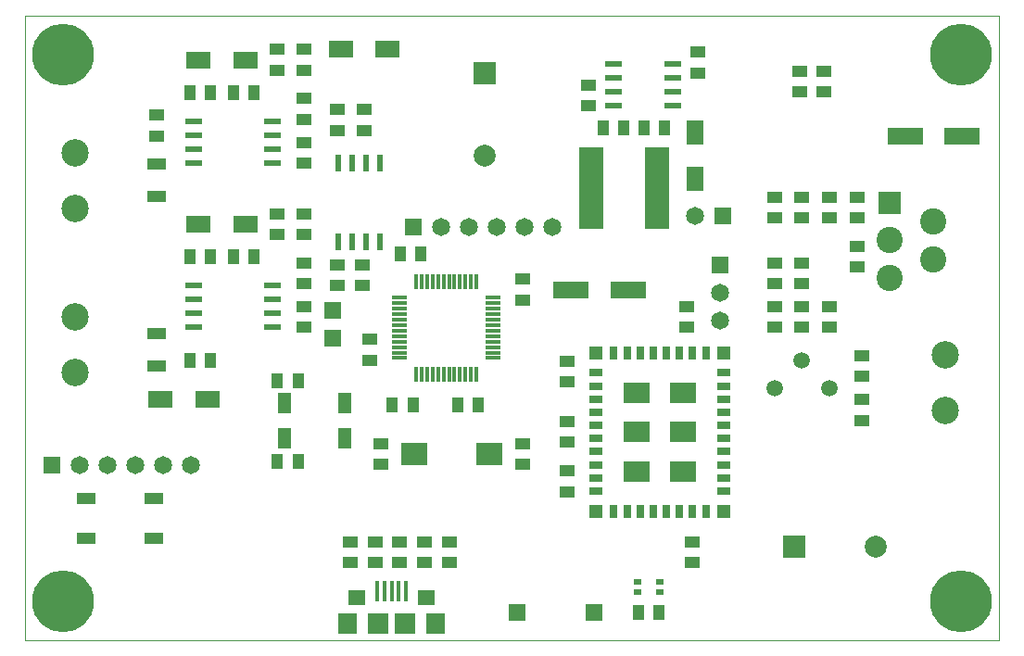
<source format=gts>
G04 #@! TF.FileFunction,Soldermask,Top*
%FSLAX46Y46*%
G04 Gerber Fmt 4.6, Leading zero omitted, Abs format (unit mm)*
G04 Created by KiCad (PCBNEW (2014-jul-16 BZR unknown)-product) date Sun 25 Jan 2015 04:19:58 PM EST*
%MOMM*%
G01*
G04 APERTURE LIST*
%ADD10C,0.100000*%
%ADD11R,1.300000X1.900000*%
%ADD12R,1.000000X1.450000*%
%ADD13R,1.450000X1.000000*%
%ADD14R,2.000000X2.000000*%
%ADD15C,2.000000*%
%ADD16R,2.300000X1.550000*%
%ADD17R,1.550000X2.300000*%
%ADD18R,1.750000X1.050000*%
%ADD19R,0.400000X1.900000*%
%ADD20R,1.600000X1.400000*%
%ADD21R,1.800000X1.900000*%
%ADD22R,1.900000X1.900000*%
%ADD23R,2.200000X7.500000*%
%ADD24R,0.640000X0.600000*%
%ADD25C,5.650000*%
%ADD26R,1.650000X1.650000*%
%ADD27C,1.650000*%
%ADD28C,1.500000*%
%ADD29R,0.300000X1.450000*%
%ADD30R,1.450000X0.300000*%
%ADD31R,1.600000X0.600000*%
%ADD32R,0.600000X1.600000*%
%ADD33R,1.200000X0.700000*%
%ADD34R,0.700000X1.200000*%
%ADD35R,2.400000X1.900000*%
%ADD36R,1.200000X1.200000*%
%ADD37R,2.100000X2.100000*%
%ADD38C,2.400000*%
%ADD39R,2.450000X2.100000*%
%ADD40R,1.500000X1.500000*%
%ADD41R,3.250000X1.650000*%
%ADD42C,2.500000*%
%ADD43R,1.800000X1.100000*%
G04 APERTURE END LIST*
D10*
X60000000Y-108500000D02*
X60000000Y-51500000D01*
X149000000Y-108500000D02*
X60000000Y-108500000D01*
X149000000Y-51500000D02*
X149000000Y-108500000D01*
X60000000Y-51500000D02*
X149000000Y-51500000D01*
D11*
X89250000Y-86900000D03*
X83750000Y-86900000D03*
X83750000Y-90100000D03*
X89250000Y-90100000D03*
D12*
X117950000Y-106000000D03*
X116050000Y-106000000D03*
X101450000Y-87000000D03*
X99550000Y-87000000D03*
D13*
X91500000Y-82950000D03*
X91500000Y-81050000D03*
D12*
X94300000Y-73250000D03*
X96200000Y-73250000D03*
D13*
X98750000Y-101450000D03*
X98750000Y-99550000D03*
X105500000Y-75550000D03*
X105500000Y-77450000D03*
X89750000Y-101450000D03*
X89750000Y-99550000D03*
D12*
X95450000Y-87000000D03*
X93550000Y-87000000D03*
X84950000Y-84800000D03*
X83050000Y-84800000D03*
X84950000Y-92200000D03*
X83050000Y-92200000D03*
D13*
X92500000Y-92450000D03*
X92500000Y-90550000D03*
X105500000Y-92450000D03*
X105500000Y-90550000D03*
D14*
X102000000Y-56750000D03*
D15*
X102000000Y-64250000D03*
D13*
X121500000Y-56700000D03*
X121500000Y-54800000D03*
X109500000Y-88550000D03*
X109500000Y-90450000D03*
X109500000Y-83050000D03*
X109500000Y-84950000D03*
X121000000Y-99550000D03*
X121000000Y-101450000D03*
X130750000Y-56550000D03*
X130750000Y-58450000D03*
X131000000Y-74050000D03*
X131000000Y-75950000D03*
X133500000Y-69950000D03*
X133500000Y-68050000D03*
X133500000Y-78050000D03*
X133500000Y-79950000D03*
X136000000Y-74450000D03*
X136000000Y-72550000D03*
X136500000Y-84450000D03*
X136500000Y-82550000D03*
D14*
X130250000Y-100000000D03*
D15*
X137750000Y-100000000D03*
D16*
X80150000Y-55500000D03*
X75850000Y-55500000D03*
X80150000Y-70500000D03*
X75850000Y-70500000D03*
X88850000Y-54500000D03*
X93150000Y-54500000D03*
D17*
X121250000Y-66400000D03*
X121250000Y-62100000D03*
D16*
X72350000Y-86500000D03*
X76650000Y-86500000D03*
D18*
X72000000Y-83500000D03*
X72000000Y-80500000D03*
X72000000Y-65000000D03*
X72000000Y-68000000D03*
D19*
X92200000Y-104050000D03*
X92850000Y-104050000D03*
X93500000Y-104050000D03*
X94150000Y-104050000D03*
X94800000Y-104050000D03*
D20*
X90300000Y-104650000D03*
X96700000Y-104650000D03*
D21*
X89500000Y-107000000D03*
X97500000Y-107000000D03*
D22*
X92300000Y-107000000D03*
X94700000Y-107000000D03*
D23*
X117750000Y-67250000D03*
X111750000Y-67250000D03*
D24*
X118000000Y-104170000D03*
X118000000Y-103230000D03*
X116000000Y-104170000D03*
X116000000Y-103230000D03*
D25*
X145500000Y-55000000D03*
X63500000Y-105000000D03*
X145500000Y-105000000D03*
X63500000Y-55000000D03*
D26*
X62500000Y-92500000D03*
D27*
X65040000Y-92500000D03*
X67580000Y-92500000D03*
X70120000Y-92500000D03*
X72660000Y-92500000D03*
X75200000Y-92500000D03*
D26*
X95500000Y-70750000D03*
D27*
X98040000Y-70750000D03*
X100580000Y-70750000D03*
X103120000Y-70750000D03*
X105660000Y-70750000D03*
X108200000Y-70750000D03*
D26*
X123500000Y-74250000D03*
D27*
X123500000Y-76790000D03*
X123500000Y-79330000D03*
D13*
X94250000Y-99550000D03*
X94250000Y-101450000D03*
X96500000Y-99550000D03*
X96500000Y-101450000D03*
X92000000Y-99550000D03*
X92000000Y-101450000D03*
X83000000Y-54550000D03*
X83000000Y-56450000D03*
X83000000Y-69550000D03*
X83000000Y-71450000D03*
D12*
X75050000Y-58500000D03*
X76950000Y-58500000D03*
X75050000Y-73500000D03*
X76950000Y-73500000D03*
D13*
X85500000Y-59050000D03*
X85500000Y-60950000D03*
X85500000Y-63050000D03*
X85500000Y-64950000D03*
X85500000Y-74050000D03*
X85500000Y-75950000D03*
X85500000Y-78050000D03*
X85500000Y-79950000D03*
D12*
X80950000Y-58500000D03*
X79050000Y-58500000D03*
X80950000Y-73500000D03*
X79050000Y-73500000D03*
D13*
X85500000Y-54550000D03*
X85500000Y-56450000D03*
X85500000Y-69550000D03*
X85500000Y-71450000D03*
X91000000Y-61950000D03*
X91000000Y-60050000D03*
X88500000Y-60050000D03*
X88500000Y-61950000D03*
X88500000Y-76150000D03*
X88500000Y-74250000D03*
X90800000Y-76150000D03*
X90800000Y-74250000D03*
X111500000Y-57800000D03*
X111500000Y-59700000D03*
D12*
X116550000Y-61750000D03*
X118450000Y-61750000D03*
X112800000Y-61750000D03*
X114700000Y-61750000D03*
X75050000Y-83000000D03*
X76950000Y-83000000D03*
D13*
X72000000Y-62450000D03*
X72000000Y-60550000D03*
X120500000Y-79950000D03*
X120500000Y-78050000D03*
X109500000Y-94950000D03*
X109500000Y-93050000D03*
X133000000Y-58450000D03*
X133000000Y-56550000D03*
X128500000Y-75950000D03*
X128500000Y-74050000D03*
X136000000Y-68050000D03*
X136000000Y-69950000D03*
X128500000Y-69950000D03*
X128500000Y-68050000D03*
X131000000Y-78050000D03*
X131000000Y-79950000D03*
X131000000Y-68050000D03*
X131000000Y-69950000D03*
D28*
X128500000Y-85500000D03*
X131000000Y-83000000D03*
X133500000Y-85500000D03*
D13*
X128500000Y-78050000D03*
X128500000Y-79950000D03*
X136500000Y-88450000D03*
X136500000Y-86550000D03*
D29*
X95750000Y-84250000D03*
X96250000Y-84250000D03*
X96750000Y-84250000D03*
X97250000Y-84250000D03*
X97750000Y-84250000D03*
X98250000Y-84250000D03*
X98750000Y-84250000D03*
X99250000Y-84250000D03*
X99750000Y-84250000D03*
X100250000Y-84250000D03*
X100750000Y-84250000D03*
X101250000Y-84250000D03*
D30*
X102750000Y-82750000D03*
X102750000Y-82250000D03*
X102750000Y-81750000D03*
X102750000Y-81250000D03*
X102750000Y-80750000D03*
X102750000Y-80250000D03*
X102750000Y-79750000D03*
X102750000Y-79250000D03*
X102750000Y-78750000D03*
X102750000Y-78250000D03*
X102750000Y-77750000D03*
X102750000Y-77250000D03*
D29*
X101250000Y-75750000D03*
X100750000Y-75750000D03*
X100250000Y-75750000D03*
X99750000Y-75750000D03*
X99250000Y-75750000D03*
X98750000Y-75750000D03*
X98250000Y-75750000D03*
X97750000Y-75750000D03*
X97250000Y-75750000D03*
X96750000Y-75750000D03*
X96250000Y-75750000D03*
X95750000Y-75750000D03*
D30*
X94250000Y-77250000D03*
X94250000Y-77750000D03*
X94250000Y-78250000D03*
X94250000Y-78750000D03*
X94250000Y-79250000D03*
X94250000Y-79750000D03*
X94250000Y-80250000D03*
X94250000Y-80750000D03*
X94250000Y-81250000D03*
X94250000Y-81750000D03*
X94250000Y-82250000D03*
X94250000Y-82750000D03*
D31*
X75400000Y-61095000D03*
X75400000Y-62365000D03*
X75400000Y-63635000D03*
X75400000Y-64905000D03*
X82600000Y-64905000D03*
X82600000Y-63635000D03*
X82600000Y-62365000D03*
X82600000Y-61095000D03*
X75400000Y-76095000D03*
X75400000Y-77365000D03*
X75400000Y-78635000D03*
X75400000Y-79905000D03*
X82600000Y-79905000D03*
X82600000Y-78635000D03*
X82600000Y-77365000D03*
X82600000Y-76095000D03*
D32*
X92405000Y-64900000D03*
X91135000Y-64900000D03*
X89865000Y-64900000D03*
X88595000Y-64900000D03*
X88595000Y-72100000D03*
X89865000Y-72100000D03*
X91135000Y-72100000D03*
X92405000Y-72100000D03*
D31*
X119200000Y-59655000D03*
X119200000Y-58385000D03*
X119200000Y-57115000D03*
X119200000Y-55845000D03*
X113800000Y-55845000D03*
X113800000Y-57115000D03*
X113800000Y-58385000D03*
X113800000Y-59655000D03*
D33*
X123850000Y-94900000D03*
X123850000Y-93700000D03*
X123850000Y-92500000D03*
X123850000Y-91300000D03*
X123850000Y-90100000D03*
X123850000Y-88900000D03*
X123850000Y-87700000D03*
X123850000Y-86500000D03*
X123850000Y-85300000D03*
X123850000Y-84100000D03*
D34*
X122200000Y-82250000D03*
X121000000Y-82250000D03*
X119800000Y-82250000D03*
X118600000Y-82250000D03*
X117400000Y-82250000D03*
X116200000Y-82250000D03*
X115000000Y-82250000D03*
X113800000Y-82250000D03*
D33*
X112150000Y-84100000D03*
X112150000Y-85300000D03*
X112150000Y-86500000D03*
X112150000Y-87700000D03*
X112150000Y-88900000D03*
X112150000Y-90100000D03*
X112150000Y-91300000D03*
X112150000Y-92500000D03*
X112150000Y-93700000D03*
X112150000Y-94900000D03*
D34*
X113800000Y-96750000D03*
X115000000Y-96750000D03*
X116200000Y-96750000D03*
X117400000Y-96750000D03*
X118600000Y-96750000D03*
X119800000Y-96750000D03*
X121000000Y-96750000D03*
X122200000Y-96750000D03*
D35*
X120150000Y-93100000D03*
X120150000Y-89500000D03*
X120150000Y-85900000D03*
X115850000Y-93100000D03*
X115850000Y-89500000D03*
X115850000Y-85900000D03*
D36*
X123850000Y-96750000D03*
X123850000Y-82250000D03*
X112150000Y-82250000D03*
X112150000Y-96750000D03*
D37*
X139000000Y-68600000D03*
D38*
X143000000Y-70300000D03*
X139000000Y-72000000D03*
X143000000Y-73700000D03*
X139000000Y-75400000D03*
D39*
X95600000Y-91500000D03*
X102400000Y-91500000D03*
D40*
X112000000Y-106000000D03*
X105000000Y-106000000D03*
D41*
X109900000Y-76500000D03*
X115100000Y-76500000D03*
X145600000Y-62500000D03*
X140400000Y-62500000D03*
D26*
X123750000Y-69750000D03*
D27*
X121210000Y-69750000D03*
D42*
X64600000Y-64000000D03*
X64600000Y-69080000D03*
X64600000Y-79000000D03*
X64600000Y-84080000D03*
X144100000Y-87500000D03*
X144100000Y-82420000D03*
D26*
X88100000Y-78400000D03*
X88100000Y-80900000D03*
D43*
X71800000Y-99250000D03*
X65600000Y-99250000D03*
X71800000Y-95550000D03*
X65600000Y-95550000D03*
M02*

</source>
